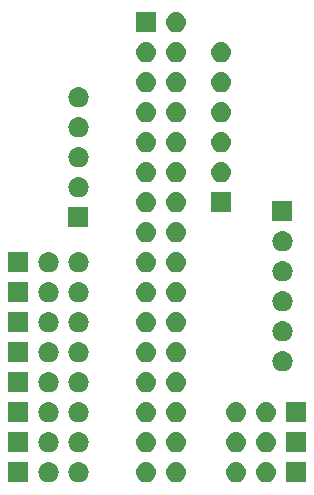
<source format=gbr>
G04 #@! TF.GenerationSoftware,KiCad,Pcbnew,(5.0.2)-1*
G04 #@! TF.CreationDate,2019-09-14T17:14:01-04:00*
G04 #@! TF.ProjectId,EPXX-GVS,45505858-2d47-4565-932e-6b696361645f,X2*
G04 #@! TF.SameCoordinates,Original*
G04 #@! TF.FileFunction,Soldermask,Bot*
G04 #@! TF.FilePolarity,Negative*
%FSLAX46Y46*%
G04 Gerber Fmt 4.6, Leading zero omitted, Abs format (unit mm)*
G04 Created by KiCad (PCBNEW (5.0.2)-1) date 9/14/2019 5:14:01 PM*
%MOMM*%
%LPD*%
G01*
G04 APERTURE LIST*
%ADD10C,0.152400*%
G04 APERTURE END LIST*
D10*
G36*
X8421630Y-41072299D02*
X8581855Y-41120903D01*
X8729520Y-41199831D01*
X8858949Y-41306051D01*
X8965169Y-41435480D01*
X9044097Y-41583145D01*
X9092701Y-41743370D01*
X9109112Y-41910000D01*
X9092701Y-42076630D01*
X9044097Y-42236855D01*
X8965169Y-42384520D01*
X8858949Y-42513949D01*
X8729520Y-42620169D01*
X8581855Y-42699097D01*
X8421630Y-42747701D01*
X8296752Y-42760000D01*
X8213248Y-42760000D01*
X8088370Y-42747701D01*
X7928145Y-42699097D01*
X7780480Y-42620169D01*
X7651051Y-42513949D01*
X7544831Y-42384520D01*
X7465903Y-42236855D01*
X7417299Y-42076630D01*
X7400888Y-41910000D01*
X7417299Y-41743370D01*
X7465903Y-41583145D01*
X7544831Y-41435480D01*
X7651051Y-41306051D01*
X7780480Y-41199831D01*
X7928145Y-41120903D01*
X8088370Y-41072299D01*
X8213248Y-41060000D01*
X8296752Y-41060000D01*
X8421630Y-41072299D01*
X8421630Y-41072299D01*
G37*
G36*
X24296630Y-41072299D02*
X24456855Y-41120903D01*
X24604520Y-41199831D01*
X24733949Y-41306051D01*
X24840169Y-41435480D01*
X24919097Y-41583145D01*
X24967701Y-41743370D01*
X24984112Y-41910000D01*
X24967701Y-42076630D01*
X24919097Y-42236855D01*
X24840169Y-42384520D01*
X24733949Y-42513949D01*
X24604520Y-42620169D01*
X24456855Y-42699097D01*
X24296630Y-42747701D01*
X24171752Y-42760000D01*
X24088248Y-42760000D01*
X23963370Y-42747701D01*
X23803145Y-42699097D01*
X23655480Y-42620169D01*
X23526051Y-42513949D01*
X23419831Y-42384520D01*
X23340903Y-42236855D01*
X23292299Y-42076630D01*
X23275888Y-41910000D01*
X23292299Y-41743370D01*
X23340903Y-41583145D01*
X23419831Y-41435480D01*
X23526051Y-41306051D01*
X23655480Y-41199831D01*
X23803145Y-41120903D01*
X23963370Y-41072299D01*
X24088248Y-41060000D01*
X24171752Y-41060000D01*
X24296630Y-41072299D01*
X24296630Y-41072299D01*
G37*
G36*
X16676630Y-41072299D02*
X16836855Y-41120903D01*
X16984520Y-41199831D01*
X17113949Y-41306051D01*
X17220169Y-41435480D01*
X17299097Y-41583145D01*
X17347701Y-41743370D01*
X17364112Y-41910000D01*
X17347701Y-42076630D01*
X17299097Y-42236855D01*
X17220169Y-42384520D01*
X17113949Y-42513949D01*
X16984520Y-42620169D01*
X16836855Y-42699097D01*
X16676630Y-42747701D01*
X16551752Y-42760000D01*
X16468248Y-42760000D01*
X16343370Y-42747701D01*
X16183145Y-42699097D01*
X16035480Y-42620169D01*
X15906051Y-42513949D01*
X15799831Y-42384520D01*
X15720903Y-42236855D01*
X15672299Y-42076630D01*
X15655888Y-41910000D01*
X15672299Y-41743370D01*
X15720903Y-41583145D01*
X15799831Y-41435480D01*
X15906051Y-41306051D01*
X16035480Y-41199831D01*
X16183145Y-41120903D01*
X16343370Y-41072299D01*
X16468248Y-41060000D01*
X16551752Y-41060000D01*
X16676630Y-41072299D01*
X16676630Y-41072299D01*
G37*
G36*
X14136630Y-41072299D02*
X14296855Y-41120903D01*
X14444520Y-41199831D01*
X14573949Y-41306051D01*
X14680169Y-41435480D01*
X14759097Y-41583145D01*
X14807701Y-41743370D01*
X14824112Y-41910000D01*
X14807701Y-42076630D01*
X14759097Y-42236855D01*
X14680169Y-42384520D01*
X14573949Y-42513949D01*
X14444520Y-42620169D01*
X14296855Y-42699097D01*
X14136630Y-42747701D01*
X14011752Y-42760000D01*
X13928248Y-42760000D01*
X13803370Y-42747701D01*
X13643145Y-42699097D01*
X13495480Y-42620169D01*
X13366051Y-42513949D01*
X13259831Y-42384520D01*
X13180903Y-42236855D01*
X13132299Y-42076630D01*
X13115888Y-41910000D01*
X13132299Y-41743370D01*
X13180903Y-41583145D01*
X13259831Y-41435480D01*
X13366051Y-41306051D01*
X13495480Y-41199831D01*
X13643145Y-41120903D01*
X13803370Y-41072299D01*
X13928248Y-41060000D01*
X14011752Y-41060000D01*
X14136630Y-41072299D01*
X14136630Y-41072299D01*
G37*
G36*
X21756630Y-41072299D02*
X21916855Y-41120903D01*
X22064520Y-41199831D01*
X22193949Y-41306051D01*
X22300169Y-41435480D01*
X22379097Y-41583145D01*
X22427701Y-41743370D01*
X22444112Y-41910000D01*
X22427701Y-42076630D01*
X22379097Y-42236855D01*
X22300169Y-42384520D01*
X22193949Y-42513949D01*
X22064520Y-42620169D01*
X21916855Y-42699097D01*
X21756630Y-42747701D01*
X21631752Y-42760000D01*
X21548248Y-42760000D01*
X21423370Y-42747701D01*
X21263145Y-42699097D01*
X21115480Y-42620169D01*
X20986051Y-42513949D01*
X20879831Y-42384520D01*
X20800903Y-42236855D01*
X20752299Y-42076630D01*
X20735888Y-41910000D01*
X20752299Y-41743370D01*
X20800903Y-41583145D01*
X20879831Y-41435480D01*
X20986051Y-41306051D01*
X21115480Y-41199831D01*
X21263145Y-41120903D01*
X21423370Y-41072299D01*
X21548248Y-41060000D01*
X21631752Y-41060000D01*
X21756630Y-41072299D01*
X21756630Y-41072299D01*
G37*
G36*
X4025000Y-42760000D02*
X2325000Y-42760000D01*
X2325000Y-41060000D01*
X4025000Y-41060000D01*
X4025000Y-42760000D01*
X4025000Y-42760000D01*
G37*
G36*
X5881630Y-41072299D02*
X6041855Y-41120903D01*
X6189520Y-41199831D01*
X6318949Y-41306051D01*
X6425169Y-41435480D01*
X6504097Y-41583145D01*
X6552701Y-41743370D01*
X6569112Y-41910000D01*
X6552701Y-42076630D01*
X6504097Y-42236855D01*
X6425169Y-42384520D01*
X6318949Y-42513949D01*
X6189520Y-42620169D01*
X6041855Y-42699097D01*
X5881630Y-42747701D01*
X5756752Y-42760000D01*
X5673248Y-42760000D01*
X5548370Y-42747701D01*
X5388145Y-42699097D01*
X5240480Y-42620169D01*
X5111051Y-42513949D01*
X5004831Y-42384520D01*
X4925903Y-42236855D01*
X4877299Y-42076630D01*
X4860888Y-41910000D01*
X4877299Y-41743370D01*
X4925903Y-41583145D01*
X5004831Y-41435480D01*
X5111051Y-41306051D01*
X5240480Y-41199831D01*
X5388145Y-41120903D01*
X5548370Y-41072299D01*
X5673248Y-41060000D01*
X5756752Y-41060000D01*
X5881630Y-41072299D01*
X5881630Y-41072299D01*
G37*
G36*
X27520000Y-42760000D02*
X25820000Y-42760000D01*
X25820000Y-41060000D01*
X27520000Y-41060000D01*
X27520000Y-42760000D01*
X27520000Y-42760000D01*
G37*
G36*
X4025000Y-40220000D02*
X2325000Y-40220000D01*
X2325000Y-38520000D01*
X4025000Y-38520000D01*
X4025000Y-40220000D01*
X4025000Y-40220000D01*
G37*
G36*
X21756630Y-38532299D02*
X21916855Y-38580903D01*
X22064520Y-38659831D01*
X22193949Y-38766051D01*
X22300169Y-38895480D01*
X22379097Y-39043145D01*
X22427701Y-39203370D01*
X22444112Y-39370000D01*
X22427701Y-39536630D01*
X22379097Y-39696855D01*
X22300169Y-39844520D01*
X22193949Y-39973949D01*
X22064520Y-40080169D01*
X21916855Y-40159097D01*
X21756630Y-40207701D01*
X21631752Y-40220000D01*
X21548248Y-40220000D01*
X21423370Y-40207701D01*
X21263145Y-40159097D01*
X21115480Y-40080169D01*
X20986051Y-39973949D01*
X20879831Y-39844520D01*
X20800903Y-39696855D01*
X20752299Y-39536630D01*
X20735888Y-39370000D01*
X20752299Y-39203370D01*
X20800903Y-39043145D01*
X20879831Y-38895480D01*
X20986051Y-38766051D01*
X21115480Y-38659831D01*
X21263145Y-38580903D01*
X21423370Y-38532299D01*
X21548248Y-38520000D01*
X21631752Y-38520000D01*
X21756630Y-38532299D01*
X21756630Y-38532299D01*
G37*
G36*
X14136630Y-38532299D02*
X14296855Y-38580903D01*
X14444520Y-38659831D01*
X14573949Y-38766051D01*
X14680169Y-38895480D01*
X14759097Y-39043145D01*
X14807701Y-39203370D01*
X14824112Y-39370000D01*
X14807701Y-39536630D01*
X14759097Y-39696855D01*
X14680169Y-39844520D01*
X14573949Y-39973949D01*
X14444520Y-40080169D01*
X14296855Y-40159097D01*
X14136630Y-40207701D01*
X14011752Y-40220000D01*
X13928248Y-40220000D01*
X13803370Y-40207701D01*
X13643145Y-40159097D01*
X13495480Y-40080169D01*
X13366051Y-39973949D01*
X13259831Y-39844520D01*
X13180903Y-39696855D01*
X13132299Y-39536630D01*
X13115888Y-39370000D01*
X13132299Y-39203370D01*
X13180903Y-39043145D01*
X13259831Y-38895480D01*
X13366051Y-38766051D01*
X13495480Y-38659831D01*
X13643145Y-38580903D01*
X13803370Y-38532299D01*
X13928248Y-38520000D01*
X14011752Y-38520000D01*
X14136630Y-38532299D01*
X14136630Y-38532299D01*
G37*
G36*
X16676630Y-38532299D02*
X16836855Y-38580903D01*
X16984520Y-38659831D01*
X17113949Y-38766051D01*
X17220169Y-38895480D01*
X17299097Y-39043145D01*
X17347701Y-39203370D01*
X17364112Y-39370000D01*
X17347701Y-39536630D01*
X17299097Y-39696855D01*
X17220169Y-39844520D01*
X17113949Y-39973949D01*
X16984520Y-40080169D01*
X16836855Y-40159097D01*
X16676630Y-40207701D01*
X16551752Y-40220000D01*
X16468248Y-40220000D01*
X16343370Y-40207701D01*
X16183145Y-40159097D01*
X16035480Y-40080169D01*
X15906051Y-39973949D01*
X15799831Y-39844520D01*
X15720903Y-39696855D01*
X15672299Y-39536630D01*
X15655888Y-39370000D01*
X15672299Y-39203370D01*
X15720903Y-39043145D01*
X15799831Y-38895480D01*
X15906051Y-38766051D01*
X16035480Y-38659831D01*
X16183145Y-38580903D01*
X16343370Y-38532299D01*
X16468248Y-38520000D01*
X16551752Y-38520000D01*
X16676630Y-38532299D01*
X16676630Y-38532299D01*
G37*
G36*
X27520000Y-40220000D02*
X25820000Y-40220000D01*
X25820000Y-38520000D01*
X27520000Y-38520000D01*
X27520000Y-40220000D01*
X27520000Y-40220000D01*
G37*
G36*
X24296630Y-38532299D02*
X24456855Y-38580903D01*
X24604520Y-38659831D01*
X24733949Y-38766051D01*
X24840169Y-38895480D01*
X24919097Y-39043145D01*
X24967701Y-39203370D01*
X24984112Y-39370000D01*
X24967701Y-39536630D01*
X24919097Y-39696855D01*
X24840169Y-39844520D01*
X24733949Y-39973949D01*
X24604520Y-40080169D01*
X24456855Y-40159097D01*
X24296630Y-40207701D01*
X24171752Y-40220000D01*
X24088248Y-40220000D01*
X23963370Y-40207701D01*
X23803145Y-40159097D01*
X23655480Y-40080169D01*
X23526051Y-39973949D01*
X23419831Y-39844520D01*
X23340903Y-39696855D01*
X23292299Y-39536630D01*
X23275888Y-39370000D01*
X23292299Y-39203370D01*
X23340903Y-39043145D01*
X23419831Y-38895480D01*
X23526051Y-38766051D01*
X23655480Y-38659831D01*
X23803145Y-38580903D01*
X23963370Y-38532299D01*
X24088248Y-38520000D01*
X24171752Y-38520000D01*
X24296630Y-38532299D01*
X24296630Y-38532299D01*
G37*
G36*
X5881630Y-38532299D02*
X6041855Y-38580903D01*
X6189520Y-38659831D01*
X6318949Y-38766051D01*
X6425169Y-38895480D01*
X6504097Y-39043145D01*
X6552701Y-39203370D01*
X6569112Y-39370000D01*
X6552701Y-39536630D01*
X6504097Y-39696855D01*
X6425169Y-39844520D01*
X6318949Y-39973949D01*
X6189520Y-40080169D01*
X6041855Y-40159097D01*
X5881630Y-40207701D01*
X5756752Y-40220000D01*
X5673248Y-40220000D01*
X5548370Y-40207701D01*
X5388145Y-40159097D01*
X5240480Y-40080169D01*
X5111051Y-39973949D01*
X5004831Y-39844520D01*
X4925903Y-39696855D01*
X4877299Y-39536630D01*
X4860888Y-39370000D01*
X4877299Y-39203370D01*
X4925903Y-39043145D01*
X5004831Y-38895480D01*
X5111051Y-38766051D01*
X5240480Y-38659831D01*
X5388145Y-38580903D01*
X5548370Y-38532299D01*
X5673248Y-38520000D01*
X5756752Y-38520000D01*
X5881630Y-38532299D01*
X5881630Y-38532299D01*
G37*
G36*
X8421630Y-38532299D02*
X8581855Y-38580903D01*
X8729520Y-38659831D01*
X8858949Y-38766051D01*
X8965169Y-38895480D01*
X9044097Y-39043145D01*
X9092701Y-39203370D01*
X9109112Y-39370000D01*
X9092701Y-39536630D01*
X9044097Y-39696855D01*
X8965169Y-39844520D01*
X8858949Y-39973949D01*
X8729520Y-40080169D01*
X8581855Y-40159097D01*
X8421630Y-40207701D01*
X8296752Y-40220000D01*
X8213248Y-40220000D01*
X8088370Y-40207701D01*
X7928145Y-40159097D01*
X7780480Y-40080169D01*
X7651051Y-39973949D01*
X7544831Y-39844520D01*
X7465903Y-39696855D01*
X7417299Y-39536630D01*
X7400888Y-39370000D01*
X7417299Y-39203370D01*
X7465903Y-39043145D01*
X7544831Y-38895480D01*
X7651051Y-38766051D01*
X7780480Y-38659831D01*
X7928145Y-38580903D01*
X8088370Y-38532299D01*
X8213248Y-38520000D01*
X8296752Y-38520000D01*
X8421630Y-38532299D01*
X8421630Y-38532299D01*
G37*
G36*
X14136630Y-35992299D02*
X14296855Y-36040903D01*
X14444520Y-36119831D01*
X14573949Y-36226051D01*
X14680169Y-36355480D01*
X14759097Y-36503145D01*
X14807701Y-36663370D01*
X14824112Y-36830000D01*
X14807701Y-36996630D01*
X14759097Y-37156855D01*
X14680169Y-37304520D01*
X14573949Y-37433949D01*
X14444520Y-37540169D01*
X14296855Y-37619097D01*
X14136630Y-37667701D01*
X14011752Y-37680000D01*
X13928248Y-37680000D01*
X13803370Y-37667701D01*
X13643145Y-37619097D01*
X13495480Y-37540169D01*
X13366051Y-37433949D01*
X13259831Y-37304520D01*
X13180903Y-37156855D01*
X13132299Y-36996630D01*
X13115888Y-36830000D01*
X13132299Y-36663370D01*
X13180903Y-36503145D01*
X13259831Y-36355480D01*
X13366051Y-36226051D01*
X13495480Y-36119831D01*
X13643145Y-36040903D01*
X13803370Y-35992299D01*
X13928248Y-35980000D01*
X14011752Y-35980000D01*
X14136630Y-35992299D01*
X14136630Y-35992299D01*
G37*
G36*
X8421630Y-35992299D02*
X8581855Y-36040903D01*
X8729520Y-36119831D01*
X8858949Y-36226051D01*
X8965169Y-36355480D01*
X9044097Y-36503145D01*
X9092701Y-36663370D01*
X9109112Y-36830000D01*
X9092701Y-36996630D01*
X9044097Y-37156855D01*
X8965169Y-37304520D01*
X8858949Y-37433949D01*
X8729520Y-37540169D01*
X8581855Y-37619097D01*
X8421630Y-37667701D01*
X8296752Y-37680000D01*
X8213248Y-37680000D01*
X8088370Y-37667701D01*
X7928145Y-37619097D01*
X7780480Y-37540169D01*
X7651051Y-37433949D01*
X7544831Y-37304520D01*
X7465903Y-37156855D01*
X7417299Y-36996630D01*
X7400888Y-36830000D01*
X7417299Y-36663370D01*
X7465903Y-36503145D01*
X7544831Y-36355480D01*
X7651051Y-36226051D01*
X7780480Y-36119831D01*
X7928145Y-36040903D01*
X8088370Y-35992299D01*
X8213248Y-35980000D01*
X8296752Y-35980000D01*
X8421630Y-35992299D01*
X8421630Y-35992299D01*
G37*
G36*
X5881630Y-35992299D02*
X6041855Y-36040903D01*
X6189520Y-36119831D01*
X6318949Y-36226051D01*
X6425169Y-36355480D01*
X6504097Y-36503145D01*
X6552701Y-36663370D01*
X6569112Y-36830000D01*
X6552701Y-36996630D01*
X6504097Y-37156855D01*
X6425169Y-37304520D01*
X6318949Y-37433949D01*
X6189520Y-37540169D01*
X6041855Y-37619097D01*
X5881630Y-37667701D01*
X5756752Y-37680000D01*
X5673248Y-37680000D01*
X5548370Y-37667701D01*
X5388145Y-37619097D01*
X5240480Y-37540169D01*
X5111051Y-37433949D01*
X5004831Y-37304520D01*
X4925903Y-37156855D01*
X4877299Y-36996630D01*
X4860888Y-36830000D01*
X4877299Y-36663370D01*
X4925903Y-36503145D01*
X5004831Y-36355480D01*
X5111051Y-36226051D01*
X5240480Y-36119831D01*
X5388145Y-36040903D01*
X5548370Y-35992299D01*
X5673248Y-35980000D01*
X5756752Y-35980000D01*
X5881630Y-35992299D01*
X5881630Y-35992299D01*
G37*
G36*
X4025000Y-37680000D02*
X2325000Y-37680000D01*
X2325000Y-35980000D01*
X4025000Y-35980000D01*
X4025000Y-37680000D01*
X4025000Y-37680000D01*
G37*
G36*
X24296630Y-35992299D02*
X24456855Y-36040903D01*
X24604520Y-36119831D01*
X24733949Y-36226051D01*
X24840169Y-36355480D01*
X24919097Y-36503145D01*
X24967701Y-36663370D01*
X24984112Y-36830000D01*
X24967701Y-36996630D01*
X24919097Y-37156855D01*
X24840169Y-37304520D01*
X24733949Y-37433949D01*
X24604520Y-37540169D01*
X24456855Y-37619097D01*
X24296630Y-37667701D01*
X24171752Y-37680000D01*
X24088248Y-37680000D01*
X23963370Y-37667701D01*
X23803145Y-37619097D01*
X23655480Y-37540169D01*
X23526051Y-37433949D01*
X23419831Y-37304520D01*
X23340903Y-37156855D01*
X23292299Y-36996630D01*
X23275888Y-36830000D01*
X23292299Y-36663370D01*
X23340903Y-36503145D01*
X23419831Y-36355480D01*
X23526051Y-36226051D01*
X23655480Y-36119831D01*
X23803145Y-36040903D01*
X23963370Y-35992299D01*
X24088248Y-35980000D01*
X24171752Y-35980000D01*
X24296630Y-35992299D01*
X24296630Y-35992299D01*
G37*
G36*
X27520000Y-37680000D02*
X25820000Y-37680000D01*
X25820000Y-35980000D01*
X27520000Y-35980000D01*
X27520000Y-37680000D01*
X27520000Y-37680000D01*
G37*
G36*
X16676630Y-35992299D02*
X16836855Y-36040903D01*
X16984520Y-36119831D01*
X17113949Y-36226051D01*
X17220169Y-36355480D01*
X17299097Y-36503145D01*
X17347701Y-36663370D01*
X17364112Y-36830000D01*
X17347701Y-36996630D01*
X17299097Y-37156855D01*
X17220169Y-37304520D01*
X17113949Y-37433949D01*
X16984520Y-37540169D01*
X16836855Y-37619097D01*
X16676630Y-37667701D01*
X16551752Y-37680000D01*
X16468248Y-37680000D01*
X16343370Y-37667701D01*
X16183145Y-37619097D01*
X16035480Y-37540169D01*
X15906051Y-37433949D01*
X15799831Y-37304520D01*
X15720903Y-37156855D01*
X15672299Y-36996630D01*
X15655888Y-36830000D01*
X15672299Y-36663370D01*
X15720903Y-36503145D01*
X15799831Y-36355480D01*
X15906051Y-36226051D01*
X16035480Y-36119831D01*
X16183145Y-36040903D01*
X16343370Y-35992299D01*
X16468248Y-35980000D01*
X16551752Y-35980000D01*
X16676630Y-35992299D01*
X16676630Y-35992299D01*
G37*
G36*
X21756630Y-35992299D02*
X21916855Y-36040903D01*
X22064520Y-36119831D01*
X22193949Y-36226051D01*
X22300169Y-36355480D01*
X22379097Y-36503145D01*
X22427701Y-36663370D01*
X22444112Y-36830000D01*
X22427701Y-36996630D01*
X22379097Y-37156855D01*
X22300169Y-37304520D01*
X22193949Y-37433949D01*
X22064520Y-37540169D01*
X21916855Y-37619097D01*
X21756630Y-37667701D01*
X21631752Y-37680000D01*
X21548248Y-37680000D01*
X21423370Y-37667701D01*
X21263145Y-37619097D01*
X21115480Y-37540169D01*
X20986051Y-37433949D01*
X20879831Y-37304520D01*
X20800903Y-37156855D01*
X20752299Y-36996630D01*
X20735888Y-36830000D01*
X20752299Y-36663370D01*
X20800903Y-36503145D01*
X20879831Y-36355480D01*
X20986051Y-36226051D01*
X21115480Y-36119831D01*
X21263145Y-36040903D01*
X21423370Y-35992299D01*
X21548248Y-35980000D01*
X21631752Y-35980000D01*
X21756630Y-35992299D01*
X21756630Y-35992299D01*
G37*
G36*
X8421630Y-33452299D02*
X8581855Y-33500903D01*
X8729520Y-33579831D01*
X8858949Y-33686051D01*
X8965169Y-33815480D01*
X9044097Y-33963145D01*
X9092701Y-34123370D01*
X9109112Y-34290000D01*
X9092701Y-34456630D01*
X9044097Y-34616855D01*
X8965169Y-34764520D01*
X8858949Y-34893949D01*
X8729520Y-35000169D01*
X8581855Y-35079097D01*
X8421630Y-35127701D01*
X8296752Y-35140000D01*
X8213248Y-35140000D01*
X8088370Y-35127701D01*
X7928145Y-35079097D01*
X7780480Y-35000169D01*
X7651051Y-34893949D01*
X7544831Y-34764520D01*
X7465903Y-34616855D01*
X7417299Y-34456630D01*
X7400888Y-34290000D01*
X7417299Y-34123370D01*
X7465903Y-33963145D01*
X7544831Y-33815480D01*
X7651051Y-33686051D01*
X7780480Y-33579831D01*
X7928145Y-33500903D01*
X8088370Y-33452299D01*
X8213248Y-33440000D01*
X8296752Y-33440000D01*
X8421630Y-33452299D01*
X8421630Y-33452299D01*
G37*
G36*
X14136630Y-33452299D02*
X14296855Y-33500903D01*
X14444520Y-33579831D01*
X14573949Y-33686051D01*
X14680169Y-33815480D01*
X14759097Y-33963145D01*
X14807701Y-34123370D01*
X14824112Y-34290000D01*
X14807701Y-34456630D01*
X14759097Y-34616855D01*
X14680169Y-34764520D01*
X14573949Y-34893949D01*
X14444520Y-35000169D01*
X14296855Y-35079097D01*
X14136630Y-35127701D01*
X14011752Y-35140000D01*
X13928248Y-35140000D01*
X13803370Y-35127701D01*
X13643145Y-35079097D01*
X13495480Y-35000169D01*
X13366051Y-34893949D01*
X13259831Y-34764520D01*
X13180903Y-34616855D01*
X13132299Y-34456630D01*
X13115888Y-34290000D01*
X13132299Y-34123370D01*
X13180903Y-33963145D01*
X13259831Y-33815480D01*
X13366051Y-33686051D01*
X13495480Y-33579831D01*
X13643145Y-33500903D01*
X13803370Y-33452299D01*
X13928248Y-33440000D01*
X14011752Y-33440000D01*
X14136630Y-33452299D01*
X14136630Y-33452299D01*
G37*
G36*
X5881630Y-33452299D02*
X6041855Y-33500903D01*
X6189520Y-33579831D01*
X6318949Y-33686051D01*
X6425169Y-33815480D01*
X6504097Y-33963145D01*
X6552701Y-34123370D01*
X6569112Y-34290000D01*
X6552701Y-34456630D01*
X6504097Y-34616855D01*
X6425169Y-34764520D01*
X6318949Y-34893949D01*
X6189520Y-35000169D01*
X6041855Y-35079097D01*
X5881630Y-35127701D01*
X5756752Y-35140000D01*
X5673248Y-35140000D01*
X5548370Y-35127701D01*
X5388145Y-35079097D01*
X5240480Y-35000169D01*
X5111051Y-34893949D01*
X5004831Y-34764520D01*
X4925903Y-34616855D01*
X4877299Y-34456630D01*
X4860888Y-34290000D01*
X4877299Y-34123370D01*
X4925903Y-33963145D01*
X5004831Y-33815480D01*
X5111051Y-33686051D01*
X5240480Y-33579831D01*
X5388145Y-33500903D01*
X5548370Y-33452299D01*
X5673248Y-33440000D01*
X5756752Y-33440000D01*
X5881630Y-33452299D01*
X5881630Y-33452299D01*
G37*
G36*
X4025000Y-35140000D02*
X2325000Y-35140000D01*
X2325000Y-33440000D01*
X4025000Y-33440000D01*
X4025000Y-35140000D01*
X4025000Y-35140000D01*
G37*
G36*
X16676630Y-33452299D02*
X16836855Y-33500903D01*
X16984520Y-33579831D01*
X17113949Y-33686051D01*
X17220169Y-33815480D01*
X17299097Y-33963145D01*
X17347701Y-34123370D01*
X17364112Y-34290000D01*
X17347701Y-34456630D01*
X17299097Y-34616855D01*
X17220169Y-34764520D01*
X17113949Y-34893949D01*
X16984520Y-35000169D01*
X16836855Y-35079097D01*
X16676630Y-35127701D01*
X16551752Y-35140000D01*
X16468248Y-35140000D01*
X16343370Y-35127701D01*
X16183145Y-35079097D01*
X16035480Y-35000169D01*
X15906051Y-34893949D01*
X15799831Y-34764520D01*
X15720903Y-34616855D01*
X15672299Y-34456630D01*
X15655888Y-34290000D01*
X15672299Y-34123370D01*
X15720903Y-33963145D01*
X15799831Y-33815480D01*
X15906051Y-33686051D01*
X16035480Y-33579831D01*
X16183145Y-33500903D01*
X16343370Y-33452299D01*
X16468248Y-33440000D01*
X16551752Y-33440000D01*
X16676630Y-33452299D01*
X16676630Y-33452299D01*
G37*
G36*
X25693630Y-31674299D02*
X25853855Y-31722903D01*
X26001520Y-31801831D01*
X26130949Y-31908051D01*
X26237169Y-32037480D01*
X26316097Y-32185145D01*
X26364701Y-32345370D01*
X26381112Y-32512000D01*
X26364701Y-32678630D01*
X26316097Y-32838855D01*
X26237169Y-32986520D01*
X26130949Y-33115949D01*
X26001520Y-33222169D01*
X25853855Y-33301097D01*
X25693630Y-33349701D01*
X25568752Y-33362000D01*
X25485248Y-33362000D01*
X25360370Y-33349701D01*
X25200145Y-33301097D01*
X25052480Y-33222169D01*
X24923051Y-33115949D01*
X24816831Y-32986520D01*
X24737903Y-32838855D01*
X24689299Y-32678630D01*
X24672888Y-32512000D01*
X24689299Y-32345370D01*
X24737903Y-32185145D01*
X24816831Y-32037480D01*
X24923051Y-31908051D01*
X25052480Y-31801831D01*
X25200145Y-31722903D01*
X25360370Y-31674299D01*
X25485248Y-31662000D01*
X25568752Y-31662000D01*
X25693630Y-31674299D01*
X25693630Y-31674299D01*
G37*
G36*
X5881630Y-30912299D02*
X6041855Y-30960903D01*
X6189520Y-31039831D01*
X6318949Y-31146051D01*
X6425169Y-31275480D01*
X6504097Y-31423145D01*
X6552701Y-31583370D01*
X6569112Y-31750000D01*
X6552701Y-31916630D01*
X6504097Y-32076855D01*
X6425169Y-32224520D01*
X6318949Y-32353949D01*
X6189520Y-32460169D01*
X6041855Y-32539097D01*
X5881630Y-32587701D01*
X5756752Y-32600000D01*
X5673248Y-32600000D01*
X5548370Y-32587701D01*
X5388145Y-32539097D01*
X5240480Y-32460169D01*
X5111051Y-32353949D01*
X5004831Y-32224520D01*
X4925903Y-32076855D01*
X4877299Y-31916630D01*
X4860888Y-31750000D01*
X4877299Y-31583370D01*
X4925903Y-31423145D01*
X5004831Y-31275480D01*
X5111051Y-31146051D01*
X5240480Y-31039831D01*
X5388145Y-30960903D01*
X5548370Y-30912299D01*
X5673248Y-30900000D01*
X5756752Y-30900000D01*
X5881630Y-30912299D01*
X5881630Y-30912299D01*
G37*
G36*
X16676630Y-30912299D02*
X16836855Y-30960903D01*
X16984520Y-31039831D01*
X17113949Y-31146051D01*
X17220169Y-31275480D01*
X17299097Y-31423145D01*
X17347701Y-31583370D01*
X17364112Y-31750000D01*
X17347701Y-31916630D01*
X17299097Y-32076855D01*
X17220169Y-32224520D01*
X17113949Y-32353949D01*
X16984520Y-32460169D01*
X16836855Y-32539097D01*
X16676630Y-32587701D01*
X16551752Y-32600000D01*
X16468248Y-32600000D01*
X16343370Y-32587701D01*
X16183145Y-32539097D01*
X16035480Y-32460169D01*
X15906051Y-32353949D01*
X15799831Y-32224520D01*
X15720903Y-32076855D01*
X15672299Y-31916630D01*
X15655888Y-31750000D01*
X15672299Y-31583370D01*
X15720903Y-31423145D01*
X15799831Y-31275480D01*
X15906051Y-31146051D01*
X16035480Y-31039831D01*
X16183145Y-30960903D01*
X16343370Y-30912299D01*
X16468248Y-30900000D01*
X16551752Y-30900000D01*
X16676630Y-30912299D01*
X16676630Y-30912299D01*
G37*
G36*
X14136630Y-30912299D02*
X14296855Y-30960903D01*
X14444520Y-31039831D01*
X14573949Y-31146051D01*
X14680169Y-31275480D01*
X14759097Y-31423145D01*
X14807701Y-31583370D01*
X14824112Y-31750000D01*
X14807701Y-31916630D01*
X14759097Y-32076855D01*
X14680169Y-32224520D01*
X14573949Y-32353949D01*
X14444520Y-32460169D01*
X14296855Y-32539097D01*
X14136630Y-32587701D01*
X14011752Y-32600000D01*
X13928248Y-32600000D01*
X13803370Y-32587701D01*
X13643145Y-32539097D01*
X13495480Y-32460169D01*
X13366051Y-32353949D01*
X13259831Y-32224520D01*
X13180903Y-32076855D01*
X13132299Y-31916630D01*
X13115888Y-31750000D01*
X13132299Y-31583370D01*
X13180903Y-31423145D01*
X13259831Y-31275480D01*
X13366051Y-31146051D01*
X13495480Y-31039831D01*
X13643145Y-30960903D01*
X13803370Y-30912299D01*
X13928248Y-30900000D01*
X14011752Y-30900000D01*
X14136630Y-30912299D01*
X14136630Y-30912299D01*
G37*
G36*
X4025000Y-32600000D02*
X2325000Y-32600000D01*
X2325000Y-30900000D01*
X4025000Y-30900000D01*
X4025000Y-32600000D01*
X4025000Y-32600000D01*
G37*
G36*
X8421630Y-30912299D02*
X8581855Y-30960903D01*
X8729520Y-31039831D01*
X8858949Y-31146051D01*
X8965169Y-31275480D01*
X9044097Y-31423145D01*
X9092701Y-31583370D01*
X9109112Y-31750000D01*
X9092701Y-31916630D01*
X9044097Y-32076855D01*
X8965169Y-32224520D01*
X8858949Y-32353949D01*
X8729520Y-32460169D01*
X8581855Y-32539097D01*
X8421630Y-32587701D01*
X8296752Y-32600000D01*
X8213248Y-32600000D01*
X8088370Y-32587701D01*
X7928145Y-32539097D01*
X7780480Y-32460169D01*
X7651051Y-32353949D01*
X7544831Y-32224520D01*
X7465903Y-32076855D01*
X7417299Y-31916630D01*
X7400888Y-31750000D01*
X7417299Y-31583370D01*
X7465903Y-31423145D01*
X7544831Y-31275480D01*
X7651051Y-31146051D01*
X7780480Y-31039831D01*
X7928145Y-30960903D01*
X8088370Y-30912299D01*
X8213248Y-30900000D01*
X8296752Y-30900000D01*
X8421630Y-30912299D01*
X8421630Y-30912299D01*
G37*
G36*
X25693630Y-29134299D02*
X25853855Y-29182903D01*
X26001520Y-29261831D01*
X26130949Y-29368051D01*
X26237169Y-29497480D01*
X26316097Y-29645145D01*
X26364701Y-29805370D01*
X26381112Y-29972000D01*
X26364701Y-30138630D01*
X26316097Y-30298855D01*
X26237169Y-30446520D01*
X26130949Y-30575949D01*
X26001520Y-30682169D01*
X25853855Y-30761097D01*
X25693630Y-30809701D01*
X25568752Y-30822000D01*
X25485248Y-30822000D01*
X25360370Y-30809701D01*
X25200145Y-30761097D01*
X25052480Y-30682169D01*
X24923051Y-30575949D01*
X24816831Y-30446520D01*
X24737903Y-30298855D01*
X24689299Y-30138630D01*
X24672888Y-29972000D01*
X24689299Y-29805370D01*
X24737903Y-29645145D01*
X24816831Y-29497480D01*
X24923051Y-29368051D01*
X25052480Y-29261831D01*
X25200145Y-29182903D01*
X25360370Y-29134299D01*
X25485248Y-29122000D01*
X25568752Y-29122000D01*
X25693630Y-29134299D01*
X25693630Y-29134299D01*
G37*
G36*
X4025000Y-30060000D02*
X2325000Y-30060000D01*
X2325000Y-28360000D01*
X4025000Y-28360000D01*
X4025000Y-30060000D01*
X4025000Y-30060000D01*
G37*
G36*
X5881630Y-28372299D02*
X6041855Y-28420903D01*
X6189520Y-28499831D01*
X6318949Y-28606051D01*
X6425169Y-28735480D01*
X6504097Y-28883145D01*
X6552701Y-29043370D01*
X6569112Y-29210000D01*
X6552701Y-29376630D01*
X6504097Y-29536855D01*
X6425169Y-29684520D01*
X6318949Y-29813949D01*
X6189520Y-29920169D01*
X6041855Y-29999097D01*
X5881630Y-30047701D01*
X5756752Y-30060000D01*
X5673248Y-30060000D01*
X5548370Y-30047701D01*
X5388145Y-29999097D01*
X5240480Y-29920169D01*
X5111051Y-29813949D01*
X5004831Y-29684520D01*
X4925903Y-29536855D01*
X4877299Y-29376630D01*
X4860888Y-29210000D01*
X4877299Y-29043370D01*
X4925903Y-28883145D01*
X5004831Y-28735480D01*
X5111051Y-28606051D01*
X5240480Y-28499831D01*
X5388145Y-28420903D01*
X5548370Y-28372299D01*
X5673248Y-28360000D01*
X5756752Y-28360000D01*
X5881630Y-28372299D01*
X5881630Y-28372299D01*
G37*
G36*
X8421630Y-28372299D02*
X8581855Y-28420903D01*
X8729520Y-28499831D01*
X8858949Y-28606051D01*
X8965169Y-28735480D01*
X9044097Y-28883145D01*
X9092701Y-29043370D01*
X9109112Y-29210000D01*
X9092701Y-29376630D01*
X9044097Y-29536855D01*
X8965169Y-29684520D01*
X8858949Y-29813949D01*
X8729520Y-29920169D01*
X8581855Y-29999097D01*
X8421630Y-30047701D01*
X8296752Y-30060000D01*
X8213248Y-30060000D01*
X8088370Y-30047701D01*
X7928145Y-29999097D01*
X7780480Y-29920169D01*
X7651051Y-29813949D01*
X7544831Y-29684520D01*
X7465903Y-29536855D01*
X7417299Y-29376630D01*
X7400888Y-29210000D01*
X7417299Y-29043370D01*
X7465903Y-28883145D01*
X7544831Y-28735480D01*
X7651051Y-28606051D01*
X7780480Y-28499831D01*
X7928145Y-28420903D01*
X8088370Y-28372299D01*
X8213248Y-28360000D01*
X8296752Y-28360000D01*
X8421630Y-28372299D01*
X8421630Y-28372299D01*
G37*
G36*
X14136630Y-28372299D02*
X14296855Y-28420903D01*
X14444520Y-28499831D01*
X14573949Y-28606051D01*
X14680169Y-28735480D01*
X14759097Y-28883145D01*
X14807701Y-29043370D01*
X14824112Y-29210000D01*
X14807701Y-29376630D01*
X14759097Y-29536855D01*
X14680169Y-29684520D01*
X14573949Y-29813949D01*
X14444520Y-29920169D01*
X14296855Y-29999097D01*
X14136630Y-30047701D01*
X14011752Y-30060000D01*
X13928248Y-30060000D01*
X13803370Y-30047701D01*
X13643145Y-29999097D01*
X13495480Y-29920169D01*
X13366051Y-29813949D01*
X13259831Y-29684520D01*
X13180903Y-29536855D01*
X13132299Y-29376630D01*
X13115888Y-29210000D01*
X13132299Y-29043370D01*
X13180903Y-28883145D01*
X13259831Y-28735480D01*
X13366051Y-28606051D01*
X13495480Y-28499831D01*
X13643145Y-28420903D01*
X13803370Y-28372299D01*
X13928248Y-28360000D01*
X14011752Y-28360000D01*
X14136630Y-28372299D01*
X14136630Y-28372299D01*
G37*
G36*
X16676630Y-28372299D02*
X16836855Y-28420903D01*
X16984520Y-28499831D01*
X17113949Y-28606051D01*
X17220169Y-28735480D01*
X17299097Y-28883145D01*
X17347701Y-29043370D01*
X17364112Y-29210000D01*
X17347701Y-29376630D01*
X17299097Y-29536855D01*
X17220169Y-29684520D01*
X17113949Y-29813949D01*
X16984520Y-29920169D01*
X16836855Y-29999097D01*
X16676630Y-30047701D01*
X16551752Y-30060000D01*
X16468248Y-30060000D01*
X16343370Y-30047701D01*
X16183145Y-29999097D01*
X16035480Y-29920169D01*
X15906051Y-29813949D01*
X15799831Y-29684520D01*
X15720903Y-29536855D01*
X15672299Y-29376630D01*
X15655888Y-29210000D01*
X15672299Y-29043370D01*
X15720903Y-28883145D01*
X15799831Y-28735480D01*
X15906051Y-28606051D01*
X16035480Y-28499831D01*
X16183145Y-28420903D01*
X16343370Y-28372299D01*
X16468248Y-28360000D01*
X16551752Y-28360000D01*
X16676630Y-28372299D01*
X16676630Y-28372299D01*
G37*
G36*
X25693630Y-26594299D02*
X25853855Y-26642903D01*
X26001520Y-26721831D01*
X26130949Y-26828051D01*
X26237169Y-26957480D01*
X26316097Y-27105145D01*
X26364701Y-27265370D01*
X26381112Y-27432000D01*
X26364701Y-27598630D01*
X26316097Y-27758855D01*
X26237169Y-27906520D01*
X26130949Y-28035949D01*
X26001520Y-28142169D01*
X25853855Y-28221097D01*
X25693630Y-28269701D01*
X25568752Y-28282000D01*
X25485248Y-28282000D01*
X25360370Y-28269701D01*
X25200145Y-28221097D01*
X25052480Y-28142169D01*
X24923051Y-28035949D01*
X24816831Y-27906520D01*
X24737903Y-27758855D01*
X24689299Y-27598630D01*
X24672888Y-27432000D01*
X24689299Y-27265370D01*
X24737903Y-27105145D01*
X24816831Y-26957480D01*
X24923051Y-26828051D01*
X25052480Y-26721831D01*
X25200145Y-26642903D01*
X25360370Y-26594299D01*
X25485248Y-26582000D01*
X25568752Y-26582000D01*
X25693630Y-26594299D01*
X25693630Y-26594299D01*
G37*
G36*
X4025000Y-27520000D02*
X2325000Y-27520000D01*
X2325000Y-25820000D01*
X4025000Y-25820000D01*
X4025000Y-27520000D01*
X4025000Y-27520000D01*
G37*
G36*
X5881630Y-25832299D02*
X6041855Y-25880903D01*
X6189520Y-25959831D01*
X6318949Y-26066051D01*
X6425169Y-26195480D01*
X6504097Y-26343145D01*
X6552701Y-26503370D01*
X6569112Y-26670000D01*
X6552701Y-26836630D01*
X6504097Y-26996855D01*
X6425169Y-27144520D01*
X6318949Y-27273949D01*
X6189520Y-27380169D01*
X6041855Y-27459097D01*
X5881630Y-27507701D01*
X5756752Y-27520000D01*
X5673248Y-27520000D01*
X5548370Y-27507701D01*
X5388145Y-27459097D01*
X5240480Y-27380169D01*
X5111051Y-27273949D01*
X5004831Y-27144520D01*
X4925903Y-26996855D01*
X4877299Y-26836630D01*
X4860888Y-26670000D01*
X4877299Y-26503370D01*
X4925903Y-26343145D01*
X5004831Y-26195480D01*
X5111051Y-26066051D01*
X5240480Y-25959831D01*
X5388145Y-25880903D01*
X5548370Y-25832299D01*
X5673248Y-25820000D01*
X5756752Y-25820000D01*
X5881630Y-25832299D01*
X5881630Y-25832299D01*
G37*
G36*
X8421630Y-25832299D02*
X8581855Y-25880903D01*
X8729520Y-25959831D01*
X8858949Y-26066051D01*
X8965169Y-26195480D01*
X9044097Y-26343145D01*
X9092701Y-26503370D01*
X9109112Y-26670000D01*
X9092701Y-26836630D01*
X9044097Y-26996855D01*
X8965169Y-27144520D01*
X8858949Y-27273949D01*
X8729520Y-27380169D01*
X8581855Y-27459097D01*
X8421630Y-27507701D01*
X8296752Y-27520000D01*
X8213248Y-27520000D01*
X8088370Y-27507701D01*
X7928145Y-27459097D01*
X7780480Y-27380169D01*
X7651051Y-27273949D01*
X7544831Y-27144520D01*
X7465903Y-26996855D01*
X7417299Y-26836630D01*
X7400888Y-26670000D01*
X7417299Y-26503370D01*
X7465903Y-26343145D01*
X7544831Y-26195480D01*
X7651051Y-26066051D01*
X7780480Y-25959831D01*
X7928145Y-25880903D01*
X8088370Y-25832299D01*
X8213248Y-25820000D01*
X8296752Y-25820000D01*
X8421630Y-25832299D01*
X8421630Y-25832299D01*
G37*
G36*
X16676630Y-25832299D02*
X16836855Y-25880903D01*
X16984520Y-25959831D01*
X17113949Y-26066051D01*
X17220169Y-26195480D01*
X17299097Y-26343145D01*
X17347701Y-26503370D01*
X17364112Y-26670000D01*
X17347701Y-26836630D01*
X17299097Y-26996855D01*
X17220169Y-27144520D01*
X17113949Y-27273949D01*
X16984520Y-27380169D01*
X16836855Y-27459097D01*
X16676630Y-27507701D01*
X16551752Y-27520000D01*
X16468248Y-27520000D01*
X16343370Y-27507701D01*
X16183145Y-27459097D01*
X16035480Y-27380169D01*
X15906051Y-27273949D01*
X15799831Y-27144520D01*
X15720903Y-26996855D01*
X15672299Y-26836630D01*
X15655888Y-26670000D01*
X15672299Y-26503370D01*
X15720903Y-26343145D01*
X15799831Y-26195480D01*
X15906051Y-26066051D01*
X16035480Y-25959831D01*
X16183145Y-25880903D01*
X16343370Y-25832299D01*
X16468248Y-25820000D01*
X16551752Y-25820000D01*
X16676630Y-25832299D01*
X16676630Y-25832299D01*
G37*
G36*
X14136630Y-25832299D02*
X14296855Y-25880903D01*
X14444520Y-25959831D01*
X14573949Y-26066051D01*
X14680169Y-26195480D01*
X14759097Y-26343145D01*
X14807701Y-26503370D01*
X14824112Y-26670000D01*
X14807701Y-26836630D01*
X14759097Y-26996855D01*
X14680169Y-27144520D01*
X14573949Y-27273949D01*
X14444520Y-27380169D01*
X14296855Y-27459097D01*
X14136630Y-27507701D01*
X14011752Y-27520000D01*
X13928248Y-27520000D01*
X13803370Y-27507701D01*
X13643145Y-27459097D01*
X13495480Y-27380169D01*
X13366051Y-27273949D01*
X13259831Y-27144520D01*
X13180903Y-26996855D01*
X13132299Y-26836630D01*
X13115888Y-26670000D01*
X13132299Y-26503370D01*
X13180903Y-26343145D01*
X13259831Y-26195480D01*
X13366051Y-26066051D01*
X13495480Y-25959831D01*
X13643145Y-25880903D01*
X13803370Y-25832299D01*
X13928248Y-25820000D01*
X14011752Y-25820000D01*
X14136630Y-25832299D01*
X14136630Y-25832299D01*
G37*
G36*
X25693630Y-24054299D02*
X25853855Y-24102903D01*
X26001520Y-24181831D01*
X26130949Y-24288051D01*
X26237169Y-24417480D01*
X26316097Y-24565145D01*
X26364701Y-24725370D01*
X26381112Y-24892000D01*
X26364701Y-25058630D01*
X26316097Y-25218855D01*
X26237169Y-25366520D01*
X26130949Y-25495949D01*
X26001520Y-25602169D01*
X25853855Y-25681097D01*
X25693630Y-25729701D01*
X25568752Y-25742000D01*
X25485248Y-25742000D01*
X25360370Y-25729701D01*
X25200145Y-25681097D01*
X25052480Y-25602169D01*
X24923051Y-25495949D01*
X24816831Y-25366520D01*
X24737903Y-25218855D01*
X24689299Y-25058630D01*
X24672888Y-24892000D01*
X24689299Y-24725370D01*
X24737903Y-24565145D01*
X24816831Y-24417480D01*
X24923051Y-24288051D01*
X25052480Y-24181831D01*
X25200145Y-24102903D01*
X25360370Y-24054299D01*
X25485248Y-24042000D01*
X25568752Y-24042000D01*
X25693630Y-24054299D01*
X25693630Y-24054299D01*
G37*
G36*
X16676630Y-23292299D02*
X16836855Y-23340903D01*
X16984520Y-23419831D01*
X17113949Y-23526051D01*
X17220169Y-23655480D01*
X17299097Y-23803145D01*
X17347701Y-23963370D01*
X17364112Y-24130000D01*
X17347701Y-24296630D01*
X17299097Y-24456855D01*
X17220169Y-24604520D01*
X17113949Y-24733949D01*
X16984520Y-24840169D01*
X16836855Y-24919097D01*
X16676630Y-24967701D01*
X16551752Y-24980000D01*
X16468248Y-24980000D01*
X16343370Y-24967701D01*
X16183145Y-24919097D01*
X16035480Y-24840169D01*
X15906051Y-24733949D01*
X15799831Y-24604520D01*
X15720903Y-24456855D01*
X15672299Y-24296630D01*
X15655888Y-24130000D01*
X15672299Y-23963370D01*
X15720903Y-23803145D01*
X15799831Y-23655480D01*
X15906051Y-23526051D01*
X16035480Y-23419831D01*
X16183145Y-23340903D01*
X16343370Y-23292299D01*
X16468248Y-23280000D01*
X16551752Y-23280000D01*
X16676630Y-23292299D01*
X16676630Y-23292299D01*
G37*
G36*
X14136630Y-23292299D02*
X14296855Y-23340903D01*
X14444520Y-23419831D01*
X14573949Y-23526051D01*
X14680169Y-23655480D01*
X14759097Y-23803145D01*
X14807701Y-23963370D01*
X14824112Y-24130000D01*
X14807701Y-24296630D01*
X14759097Y-24456855D01*
X14680169Y-24604520D01*
X14573949Y-24733949D01*
X14444520Y-24840169D01*
X14296855Y-24919097D01*
X14136630Y-24967701D01*
X14011752Y-24980000D01*
X13928248Y-24980000D01*
X13803370Y-24967701D01*
X13643145Y-24919097D01*
X13495480Y-24840169D01*
X13366051Y-24733949D01*
X13259831Y-24604520D01*
X13180903Y-24456855D01*
X13132299Y-24296630D01*
X13115888Y-24130000D01*
X13132299Y-23963370D01*
X13180903Y-23803145D01*
X13259831Y-23655480D01*
X13366051Y-23526051D01*
X13495480Y-23419831D01*
X13643145Y-23340903D01*
X13803370Y-23292299D01*
X13928248Y-23280000D01*
X14011752Y-23280000D01*
X14136630Y-23292299D01*
X14136630Y-23292299D01*
G37*
G36*
X8421630Y-23292299D02*
X8581855Y-23340903D01*
X8729520Y-23419831D01*
X8858949Y-23526051D01*
X8965169Y-23655480D01*
X9044097Y-23803145D01*
X9092701Y-23963370D01*
X9109112Y-24130000D01*
X9092701Y-24296630D01*
X9044097Y-24456855D01*
X8965169Y-24604520D01*
X8858949Y-24733949D01*
X8729520Y-24840169D01*
X8581855Y-24919097D01*
X8421630Y-24967701D01*
X8296752Y-24980000D01*
X8213248Y-24980000D01*
X8088370Y-24967701D01*
X7928145Y-24919097D01*
X7780480Y-24840169D01*
X7651051Y-24733949D01*
X7544831Y-24604520D01*
X7465903Y-24456855D01*
X7417299Y-24296630D01*
X7400888Y-24130000D01*
X7417299Y-23963370D01*
X7465903Y-23803145D01*
X7544831Y-23655480D01*
X7651051Y-23526051D01*
X7780480Y-23419831D01*
X7928145Y-23340903D01*
X8088370Y-23292299D01*
X8213248Y-23280000D01*
X8296752Y-23280000D01*
X8421630Y-23292299D01*
X8421630Y-23292299D01*
G37*
G36*
X5881630Y-23292299D02*
X6041855Y-23340903D01*
X6189520Y-23419831D01*
X6318949Y-23526051D01*
X6425169Y-23655480D01*
X6504097Y-23803145D01*
X6552701Y-23963370D01*
X6569112Y-24130000D01*
X6552701Y-24296630D01*
X6504097Y-24456855D01*
X6425169Y-24604520D01*
X6318949Y-24733949D01*
X6189520Y-24840169D01*
X6041855Y-24919097D01*
X5881630Y-24967701D01*
X5756752Y-24980000D01*
X5673248Y-24980000D01*
X5548370Y-24967701D01*
X5388145Y-24919097D01*
X5240480Y-24840169D01*
X5111051Y-24733949D01*
X5004831Y-24604520D01*
X4925903Y-24456855D01*
X4877299Y-24296630D01*
X4860888Y-24130000D01*
X4877299Y-23963370D01*
X4925903Y-23803145D01*
X5004831Y-23655480D01*
X5111051Y-23526051D01*
X5240480Y-23419831D01*
X5388145Y-23340903D01*
X5548370Y-23292299D01*
X5673248Y-23280000D01*
X5756752Y-23280000D01*
X5881630Y-23292299D01*
X5881630Y-23292299D01*
G37*
G36*
X4025000Y-24980000D02*
X2325000Y-24980000D01*
X2325000Y-23280000D01*
X4025000Y-23280000D01*
X4025000Y-24980000D01*
X4025000Y-24980000D01*
G37*
G36*
X25693630Y-21514299D02*
X25853855Y-21562903D01*
X26001520Y-21641831D01*
X26130949Y-21748051D01*
X26237169Y-21877480D01*
X26316097Y-22025145D01*
X26364701Y-22185370D01*
X26381112Y-22352000D01*
X26364701Y-22518630D01*
X26316097Y-22678855D01*
X26237169Y-22826520D01*
X26130949Y-22955949D01*
X26001520Y-23062169D01*
X25853855Y-23141097D01*
X25693630Y-23189701D01*
X25568752Y-23202000D01*
X25485248Y-23202000D01*
X25360370Y-23189701D01*
X25200145Y-23141097D01*
X25052480Y-23062169D01*
X24923051Y-22955949D01*
X24816831Y-22826520D01*
X24737903Y-22678855D01*
X24689299Y-22518630D01*
X24672888Y-22352000D01*
X24689299Y-22185370D01*
X24737903Y-22025145D01*
X24816831Y-21877480D01*
X24923051Y-21748051D01*
X25052480Y-21641831D01*
X25200145Y-21562903D01*
X25360370Y-21514299D01*
X25485248Y-21502000D01*
X25568752Y-21502000D01*
X25693630Y-21514299D01*
X25693630Y-21514299D01*
G37*
G36*
X14136630Y-20752299D02*
X14296855Y-20800903D01*
X14444520Y-20879831D01*
X14573949Y-20986051D01*
X14680169Y-21115480D01*
X14759097Y-21263145D01*
X14807701Y-21423370D01*
X14824112Y-21590000D01*
X14807701Y-21756630D01*
X14759097Y-21916855D01*
X14680169Y-22064520D01*
X14573949Y-22193949D01*
X14444520Y-22300169D01*
X14296855Y-22379097D01*
X14136630Y-22427701D01*
X14011752Y-22440000D01*
X13928248Y-22440000D01*
X13803370Y-22427701D01*
X13643145Y-22379097D01*
X13495480Y-22300169D01*
X13366051Y-22193949D01*
X13259831Y-22064520D01*
X13180903Y-21916855D01*
X13132299Y-21756630D01*
X13115888Y-21590000D01*
X13132299Y-21423370D01*
X13180903Y-21263145D01*
X13259831Y-21115480D01*
X13366051Y-20986051D01*
X13495480Y-20879831D01*
X13643145Y-20800903D01*
X13803370Y-20752299D01*
X13928248Y-20740000D01*
X14011752Y-20740000D01*
X14136630Y-20752299D01*
X14136630Y-20752299D01*
G37*
G36*
X16676630Y-20752299D02*
X16836855Y-20800903D01*
X16984520Y-20879831D01*
X17113949Y-20986051D01*
X17220169Y-21115480D01*
X17299097Y-21263145D01*
X17347701Y-21423370D01*
X17364112Y-21590000D01*
X17347701Y-21756630D01*
X17299097Y-21916855D01*
X17220169Y-22064520D01*
X17113949Y-22193949D01*
X16984520Y-22300169D01*
X16836855Y-22379097D01*
X16676630Y-22427701D01*
X16551752Y-22440000D01*
X16468248Y-22440000D01*
X16343370Y-22427701D01*
X16183145Y-22379097D01*
X16035480Y-22300169D01*
X15906051Y-22193949D01*
X15799831Y-22064520D01*
X15720903Y-21916855D01*
X15672299Y-21756630D01*
X15655888Y-21590000D01*
X15672299Y-21423370D01*
X15720903Y-21263145D01*
X15799831Y-21115480D01*
X15906051Y-20986051D01*
X16035480Y-20879831D01*
X16183145Y-20800903D01*
X16343370Y-20752299D01*
X16468248Y-20740000D01*
X16551752Y-20740000D01*
X16676630Y-20752299D01*
X16676630Y-20752299D01*
G37*
G36*
X9105000Y-21170000D02*
X7405000Y-21170000D01*
X7405000Y-19470000D01*
X9105000Y-19470000D01*
X9105000Y-21170000D01*
X9105000Y-21170000D01*
G37*
G36*
X26377000Y-20662000D02*
X24677000Y-20662000D01*
X24677000Y-18962000D01*
X26377000Y-18962000D01*
X26377000Y-20662000D01*
X26377000Y-20662000D01*
G37*
G36*
X14136630Y-18212299D02*
X14296855Y-18260903D01*
X14444520Y-18339831D01*
X14573949Y-18446051D01*
X14680169Y-18575480D01*
X14759097Y-18723145D01*
X14807701Y-18883370D01*
X14824112Y-19050000D01*
X14807701Y-19216630D01*
X14759097Y-19376855D01*
X14680169Y-19524520D01*
X14573949Y-19653949D01*
X14444520Y-19760169D01*
X14296855Y-19839097D01*
X14136630Y-19887701D01*
X14011752Y-19900000D01*
X13928248Y-19900000D01*
X13803370Y-19887701D01*
X13643145Y-19839097D01*
X13495480Y-19760169D01*
X13366051Y-19653949D01*
X13259831Y-19524520D01*
X13180903Y-19376855D01*
X13132299Y-19216630D01*
X13115888Y-19050000D01*
X13132299Y-18883370D01*
X13180903Y-18723145D01*
X13259831Y-18575480D01*
X13366051Y-18446051D01*
X13495480Y-18339831D01*
X13643145Y-18260903D01*
X13803370Y-18212299D01*
X13928248Y-18200000D01*
X14011752Y-18200000D01*
X14136630Y-18212299D01*
X14136630Y-18212299D01*
G37*
G36*
X16676630Y-18212299D02*
X16836855Y-18260903D01*
X16984520Y-18339831D01*
X17113949Y-18446051D01*
X17220169Y-18575480D01*
X17299097Y-18723145D01*
X17347701Y-18883370D01*
X17364112Y-19050000D01*
X17347701Y-19216630D01*
X17299097Y-19376855D01*
X17220169Y-19524520D01*
X17113949Y-19653949D01*
X16984520Y-19760169D01*
X16836855Y-19839097D01*
X16676630Y-19887701D01*
X16551752Y-19900000D01*
X16468248Y-19900000D01*
X16343370Y-19887701D01*
X16183145Y-19839097D01*
X16035480Y-19760169D01*
X15906051Y-19653949D01*
X15799831Y-19524520D01*
X15720903Y-19376855D01*
X15672299Y-19216630D01*
X15655888Y-19050000D01*
X15672299Y-18883370D01*
X15720903Y-18723145D01*
X15799831Y-18575480D01*
X15906051Y-18446051D01*
X16035480Y-18339831D01*
X16183145Y-18260903D01*
X16343370Y-18212299D01*
X16468248Y-18200000D01*
X16551752Y-18200000D01*
X16676630Y-18212299D01*
X16676630Y-18212299D01*
G37*
G36*
X21170000Y-19900000D02*
X19470000Y-19900000D01*
X19470000Y-18200000D01*
X21170000Y-18200000D01*
X21170000Y-19900000D01*
X21170000Y-19900000D01*
G37*
G36*
X8421630Y-16942299D02*
X8581855Y-16990903D01*
X8729520Y-17069831D01*
X8858949Y-17176051D01*
X8965169Y-17305480D01*
X9044097Y-17453145D01*
X9092701Y-17613370D01*
X9109112Y-17780000D01*
X9092701Y-17946630D01*
X9044097Y-18106855D01*
X8965169Y-18254520D01*
X8858949Y-18383949D01*
X8729520Y-18490169D01*
X8581855Y-18569097D01*
X8421630Y-18617701D01*
X8296752Y-18630000D01*
X8213248Y-18630000D01*
X8088370Y-18617701D01*
X7928145Y-18569097D01*
X7780480Y-18490169D01*
X7651051Y-18383949D01*
X7544831Y-18254520D01*
X7465903Y-18106855D01*
X7417299Y-17946630D01*
X7400888Y-17780000D01*
X7417299Y-17613370D01*
X7465903Y-17453145D01*
X7544831Y-17305480D01*
X7651051Y-17176051D01*
X7780480Y-17069831D01*
X7928145Y-16990903D01*
X8088370Y-16942299D01*
X8213248Y-16930000D01*
X8296752Y-16930000D01*
X8421630Y-16942299D01*
X8421630Y-16942299D01*
G37*
G36*
X20486630Y-15672299D02*
X20646855Y-15720903D01*
X20794520Y-15799831D01*
X20923949Y-15906051D01*
X21030169Y-16035480D01*
X21109097Y-16183145D01*
X21157701Y-16343370D01*
X21174112Y-16510000D01*
X21157701Y-16676630D01*
X21109097Y-16836855D01*
X21030169Y-16984520D01*
X20923949Y-17113949D01*
X20794520Y-17220169D01*
X20646855Y-17299097D01*
X20486630Y-17347701D01*
X20361752Y-17360000D01*
X20278248Y-17360000D01*
X20153370Y-17347701D01*
X19993145Y-17299097D01*
X19845480Y-17220169D01*
X19716051Y-17113949D01*
X19609831Y-16984520D01*
X19530903Y-16836855D01*
X19482299Y-16676630D01*
X19465888Y-16510000D01*
X19482299Y-16343370D01*
X19530903Y-16183145D01*
X19609831Y-16035480D01*
X19716051Y-15906051D01*
X19845480Y-15799831D01*
X19993145Y-15720903D01*
X20153370Y-15672299D01*
X20278248Y-15660000D01*
X20361752Y-15660000D01*
X20486630Y-15672299D01*
X20486630Y-15672299D01*
G37*
G36*
X14136630Y-15672299D02*
X14296855Y-15720903D01*
X14444520Y-15799831D01*
X14573949Y-15906051D01*
X14680169Y-16035480D01*
X14759097Y-16183145D01*
X14807701Y-16343370D01*
X14824112Y-16510000D01*
X14807701Y-16676630D01*
X14759097Y-16836855D01*
X14680169Y-16984520D01*
X14573949Y-17113949D01*
X14444520Y-17220169D01*
X14296855Y-17299097D01*
X14136630Y-17347701D01*
X14011752Y-17360000D01*
X13928248Y-17360000D01*
X13803370Y-17347701D01*
X13643145Y-17299097D01*
X13495480Y-17220169D01*
X13366051Y-17113949D01*
X13259831Y-16984520D01*
X13180903Y-16836855D01*
X13132299Y-16676630D01*
X13115888Y-16510000D01*
X13132299Y-16343370D01*
X13180903Y-16183145D01*
X13259831Y-16035480D01*
X13366051Y-15906051D01*
X13495480Y-15799831D01*
X13643145Y-15720903D01*
X13803370Y-15672299D01*
X13928248Y-15660000D01*
X14011752Y-15660000D01*
X14136630Y-15672299D01*
X14136630Y-15672299D01*
G37*
G36*
X16676630Y-15672299D02*
X16836855Y-15720903D01*
X16984520Y-15799831D01*
X17113949Y-15906051D01*
X17220169Y-16035480D01*
X17299097Y-16183145D01*
X17347701Y-16343370D01*
X17364112Y-16510000D01*
X17347701Y-16676630D01*
X17299097Y-16836855D01*
X17220169Y-16984520D01*
X17113949Y-17113949D01*
X16984520Y-17220169D01*
X16836855Y-17299097D01*
X16676630Y-17347701D01*
X16551752Y-17360000D01*
X16468248Y-17360000D01*
X16343370Y-17347701D01*
X16183145Y-17299097D01*
X16035480Y-17220169D01*
X15906051Y-17113949D01*
X15799831Y-16984520D01*
X15720903Y-16836855D01*
X15672299Y-16676630D01*
X15655888Y-16510000D01*
X15672299Y-16343370D01*
X15720903Y-16183145D01*
X15799831Y-16035480D01*
X15906051Y-15906051D01*
X16035480Y-15799831D01*
X16183145Y-15720903D01*
X16343370Y-15672299D01*
X16468248Y-15660000D01*
X16551752Y-15660000D01*
X16676630Y-15672299D01*
X16676630Y-15672299D01*
G37*
G36*
X8421630Y-14402299D02*
X8581855Y-14450903D01*
X8729520Y-14529831D01*
X8858949Y-14636051D01*
X8965169Y-14765480D01*
X9044097Y-14913145D01*
X9092701Y-15073370D01*
X9109112Y-15240000D01*
X9092701Y-15406630D01*
X9044097Y-15566855D01*
X8965169Y-15714520D01*
X8858949Y-15843949D01*
X8729520Y-15950169D01*
X8581855Y-16029097D01*
X8421630Y-16077701D01*
X8296752Y-16090000D01*
X8213248Y-16090000D01*
X8088370Y-16077701D01*
X7928145Y-16029097D01*
X7780480Y-15950169D01*
X7651051Y-15843949D01*
X7544831Y-15714520D01*
X7465903Y-15566855D01*
X7417299Y-15406630D01*
X7400888Y-15240000D01*
X7417299Y-15073370D01*
X7465903Y-14913145D01*
X7544831Y-14765480D01*
X7651051Y-14636051D01*
X7780480Y-14529831D01*
X7928145Y-14450903D01*
X8088370Y-14402299D01*
X8213248Y-14390000D01*
X8296752Y-14390000D01*
X8421630Y-14402299D01*
X8421630Y-14402299D01*
G37*
G36*
X16676630Y-13132299D02*
X16836855Y-13180903D01*
X16984520Y-13259831D01*
X17113949Y-13366051D01*
X17220169Y-13495480D01*
X17299097Y-13643145D01*
X17347701Y-13803370D01*
X17364112Y-13970000D01*
X17347701Y-14136630D01*
X17299097Y-14296855D01*
X17220169Y-14444520D01*
X17113949Y-14573949D01*
X16984520Y-14680169D01*
X16836855Y-14759097D01*
X16676630Y-14807701D01*
X16551752Y-14820000D01*
X16468248Y-14820000D01*
X16343370Y-14807701D01*
X16183145Y-14759097D01*
X16035480Y-14680169D01*
X15906051Y-14573949D01*
X15799831Y-14444520D01*
X15720903Y-14296855D01*
X15672299Y-14136630D01*
X15655888Y-13970000D01*
X15672299Y-13803370D01*
X15720903Y-13643145D01*
X15799831Y-13495480D01*
X15906051Y-13366051D01*
X16035480Y-13259831D01*
X16183145Y-13180903D01*
X16343370Y-13132299D01*
X16468248Y-13120000D01*
X16551752Y-13120000D01*
X16676630Y-13132299D01*
X16676630Y-13132299D01*
G37*
G36*
X14136630Y-13132299D02*
X14296855Y-13180903D01*
X14444520Y-13259831D01*
X14573949Y-13366051D01*
X14680169Y-13495480D01*
X14759097Y-13643145D01*
X14807701Y-13803370D01*
X14824112Y-13970000D01*
X14807701Y-14136630D01*
X14759097Y-14296855D01*
X14680169Y-14444520D01*
X14573949Y-14573949D01*
X14444520Y-14680169D01*
X14296855Y-14759097D01*
X14136630Y-14807701D01*
X14011752Y-14820000D01*
X13928248Y-14820000D01*
X13803370Y-14807701D01*
X13643145Y-14759097D01*
X13495480Y-14680169D01*
X13366051Y-14573949D01*
X13259831Y-14444520D01*
X13180903Y-14296855D01*
X13132299Y-14136630D01*
X13115888Y-13970000D01*
X13132299Y-13803370D01*
X13180903Y-13643145D01*
X13259831Y-13495480D01*
X13366051Y-13366051D01*
X13495480Y-13259831D01*
X13643145Y-13180903D01*
X13803370Y-13132299D01*
X13928248Y-13120000D01*
X14011752Y-13120000D01*
X14136630Y-13132299D01*
X14136630Y-13132299D01*
G37*
G36*
X20486630Y-13132299D02*
X20646855Y-13180903D01*
X20794520Y-13259831D01*
X20923949Y-13366051D01*
X21030169Y-13495480D01*
X21109097Y-13643145D01*
X21157701Y-13803370D01*
X21174112Y-13970000D01*
X21157701Y-14136630D01*
X21109097Y-14296855D01*
X21030169Y-14444520D01*
X20923949Y-14573949D01*
X20794520Y-14680169D01*
X20646855Y-14759097D01*
X20486630Y-14807701D01*
X20361752Y-14820000D01*
X20278248Y-14820000D01*
X20153370Y-14807701D01*
X19993145Y-14759097D01*
X19845480Y-14680169D01*
X19716051Y-14573949D01*
X19609831Y-14444520D01*
X19530903Y-14296855D01*
X19482299Y-14136630D01*
X19465888Y-13970000D01*
X19482299Y-13803370D01*
X19530903Y-13643145D01*
X19609831Y-13495480D01*
X19716051Y-13366051D01*
X19845480Y-13259831D01*
X19993145Y-13180903D01*
X20153370Y-13132299D01*
X20278248Y-13120000D01*
X20361752Y-13120000D01*
X20486630Y-13132299D01*
X20486630Y-13132299D01*
G37*
G36*
X8421630Y-11862299D02*
X8581855Y-11910903D01*
X8729520Y-11989831D01*
X8858949Y-12096051D01*
X8965169Y-12225480D01*
X9044097Y-12373145D01*
X9092701Y-12533370D01*
X9109112Y-12700000D01*
X9092701Y-12866630D01*
X9044097Y-13026855D01*
X8965169Y-13174520D01*
X8858949Y-13303949D01*
X8729520Y-13410169D01*
X8581855Y-13489097D01*
X8421630Y-13537701D01*
X8296752Y-13550000D01*
X8213248Y-13550000D01*
X8088370Y-13537701D01*
X7928145Y-13489097D01*
X7780480Y-13410169D01*
X7651051Y-13303949D01*
X7544831Y-13174520D01*
X7465903Y-13026855D01*
X7417299Y-12866630D01*
X7400888Y-12700000D01*
X7417299Y-12533370D01*
X7465903Y-12373145D01*
X7544831Y-12225480D01*
X7651051Y-12096051D01*
X7780480Y-11989831D01*
X7928145Y-11910903D01*
X8088370Y-11862299D01*
X8213248Y-11850000D01*
X8296752Y-11850000D01*
X8421630Y-11862299D01*
X8421630Y-11862299D01*
G37*
G36*
X20486630Y-10592299D02*
X20646855Y-10640903D01*
X20794520Y-10719831D01*
X20923949Y-10826051D01*
X21030169Y-10955480D01*
X21109097Y-11103145D01*
X21157701Y-11263370D01*
X21174112Y-11430000D01*
X21157701Y-11596630D01*
X21109097Y-11756855D01*
X21030169Y-11904520D01*
X20923949Y-12033949D01*
X20794520Y-12140169D01*
X20646855Y-12219097D01*
X20486630Y-12267701D01*
X20361752Y-12280000D01*
X20278248Y-12280000D01*
X20153370Y-12267701D01*
X19993145Y-12219097D01*
X19845480Y-12140169D01*
X19716051Y-12033949D01*
X19609831Y-11904520D01*
X19530903Y-11756855D01*
X19482299Y-11596630D01*
X19465888Y-11430000D01*
X19482299Y-11263370D01*
X19530903Y-11103145D01*
X19609831Y-10955480D01*
X19716051Y-10826051D01*
X19845480Y-10719831D01*
X19993145Y-10640903D01*
X20153370Y-10592299D01*
X20278248Y-10580000D01*
X20361752Y-10580000D01*
X20486630Y-10592299D01*
X20486630Y-10592299D01*
G37*
G36*
X14136630Y-10592299D02*
X14296855Y-10640903D01*
X14444520Y-10719831D01*
X14573949Y-10826051D01*
X14680169Y-10955480D01*
X14759097Y-11103145D01*
X14807701Y-11263370D01*
X14824112Y-11430000D01*
X14807701Y-11596630D01*
X14759097Y-11756855D01*
X14680169Y-11904520D01*
X14573949Y-12033949D01*
X14444520Y-12140169D01*
X14296855Y-12219097D01*
X14136630Y-12267701D01*
X14011752Y-12280000D01*
X13928248Y-12280000D01*
X13803370Y-12267701D01*
X13643145Y-12219097D01*
X13495480Y-12140169D01*
X13366051Y-12033949D01*
X13259831Y-11904520D01*
X13180903Y-11756855D01*
X13132299Y-11596630D01*
X13115888Y-11430000D01*
X13132299Y-11263370D01*
X13180903Y-11103145D01*
X13259831Y-10955480D01*
X13366051Y-10826051D01*
X13495480Y-10719831D01*
X13643145Y-10640903D01*
X13803370Y-10592299D01*
X13928248Y-10580000D01*
X14011752Y-10580000D01*
X14136630Y-10592299D01*
X14136630Y-10592299D01*
G37*
G36*
X16676630Y-10592299D02*
X16836855Y-10640903D01*
X16984520Y-10719831D01*
X17113949Y-10826051D01*
X17220169Y-10955480D01*
X17299097Y-11103145D01*
X17347701Y-11263370D01*
X17364112Y-11430000D01*
X17347701Y-11596630D01*
X17299097Y-11756855D01*
X17220169Y-11904520D01*
X17113949Y-12033949D01*
X16984520Y-12140169D01*
X16836855Y-12219097D01*
X16676630Y-12267701D01*
X16551752Y-12280000D01*
X16468248Y-12280000D01*
X16343370Y-12267701D01*
X16183145Y-12219097D01*
X16035480Y-12140169D01*
X15906051Y-12033949D01*
X15799831Y-11904520D01*
X15720903Y-11756855D01*
X15672299Y-11596630D01*
X15655888Y-11430000D01*
X15672299Y-11263370D01*
X15720903Y-11103145D01*
X15799831Y-10955480D01*
X15906051Y-10826051D01*
X16035480Y-10719831D01*
X16183145Y-10640903D01*
X16343370Y-10592299D01*
X16468248Y-10580000D01*
X16551752Y-10580000D01*
X16676630Y-10592299D01*
X16676630Y-10592299D01*
G37*
G36*
X8421630Y-9322299D02*
X8581855Y-9370903D01*
X8729520Y-9449831D01*
X8858949Y-9556051D01*
X8965169Y-9685480D01*
X9044097Y-9833145D01*
X9092701Y-9993370D01*
X9109112Y-10160000D01*
X9092701Y-10326630D01*
X9044097Y-10486855D01*
X8965169Y-10634520D01*
X8858949Y-10763949D01*
X8729520Y-10870169D01*
X8581855Y-10949097D01*
X8421630Y-10997701D01*
X8296752Y-11010000D01*
X8213248Y-11010000D01*
X8088370Y-10997701D01*
X7928145Y-10949097D01*
X7780480Y-10870169D01*
X7651051Y-10763949D01*
X7544831Y-10634520D01*
X7465903Y-10486855D01*
X7417299Y-10326630D01*
X7400888Y-10160000D01*
X7417299Y-9993370D01*
X7465903Y-9833145D01*
X7544831Y-9685480D01*
X7651051Y-9556051D01*
X7780480Y-9449831D01*
X7928145Y-9370903D01*
X8088370Y-9322299D01*
X8213248Y-9310000D01*
X8296752Y-9310000D01*
X8421630Y-9322299D01*
X8421630Y-9322299D01*
G37*
G36*
X20486630Y-8052299D02*
X20646855Y-8100903D01*
X20794520Y-8179831D01*
X20923949Y-8286051D01*
X21030169Y-8415480D01*
X21109097Y-8563145D01*
X21157701Y-8723370D01*
X21174112Y-8890000D01*
X21157701Y-9056630D01*
X21109097Y-9216855D01*
X21030169Y-9364520D01*
X20923949Y-9493949D01*
X20794520Y-9600169D01*
X20646855Y-9679097D01*
X20486630Y-9727701D01*
X20361752Y-9740000D01*
X20278248Y-9740000D01*
X20153370Y-9727701D01*
X19993145Y-9679097D01*
X19845480Y-9600169D01*
X19716051Y-9493949D01*
X19609831Y-9364520D01*
X19530903Y-9216855D01*
X19482299Y-9056630D01*
X19465888Y-8890000D01*
X19482299Y-8723370D01*
X19530903Y-8563145D01*
X19609831Y-8415480D01*
X19716051Y-8286051D01*
X19845480Y-8179831D01*
X19993145Y-8100903D01*
X20153370Y-8052299D01*
X20278248Y-8040000D01*
X20361752Y-8040000D01*
X20486630Y-8052299D01*
X20486630Y-8052299D01*
G37*
G36*
X16676630Y-8052299D02*
X16836855Y-8100903D01*
X16984520Y-8179831D01*
X17113949Y-8286051D01*
X17220169Y-8415480D01*
X17299097Y-8563145D01*
X17347701Y-8723370D01*
X17364112Y-8890000D01*
X17347701Y-9056630D01*
X17299097Y-9216855D01*
X17220169Y-9364520D01*
X17113949Y-9493949D01*
X16984520Y-9600169D01*
X16836855Y-9679097D01*
X16676630Y-9727701D01*
X16551752Y-9740000D01*
X16468248Y-9740000D01*
X16343370Y-9727701D01*
X16183145Y-9679097D01*
X16035480Y-9600169D01*
X15906051Y-9493949D01*
X15799831Y-9364520D01*
X15720903Y-9216855D01*
X15672299Y-9056630D01*
X15655888Y-8890000D01*
X15672299Y-8723370D01*
X15720903Y-8563145D01*
X15799831Y-8415480D01*
X15906051Y-8286051D01*
X16035480Y-8179831D01*
X16183145Y-8100903D01*
X16343370Y-8052299D01*
X16468248Y-8040000D01*
X16551752Y-8040000D01*
X16676630Y-8052299D01*
X16676630Y-8052299D01*
G37*
G36*
X14136630Y-8052299D02*
X14296855Y-8100903D01*
X14444520Y-8179831D01*
X14573949Y-8286051D01*
X14680169Y-8415480D01*
X14759097Y-8563145D01*
X14807701Y-8723370D01*
X14824112Y-8890000D01*
X14807701Y-9056630D01*
X14759097Y-9216855D01*
X14680169Y-9364520D01*
X14573949Y-9493949D01*
X14444520Y-9600169D01*
X14296855Y-9679097D01*
X14136630Y-9727701D01*
X14011752Y-9740000D01*
X13928248Y-9740000D01*
X13803370Y-9727701D01*
X13643145Y-9679097D01*
X13495480Y-9600169D01*
X13366051Y-9493949D01*
X13259831Y-9364520D01*
X13180903Y-9216855D01*
X13132299Y-9056630D01*
X13115888Y-8890000D01*
X13132299Y-8723370D01*
X13180903Y-8563145D01*
X13259831Y-8415480D01*
X13366051Y-8286051D01*
X13495480Y-8179831D01*
X13643145Y-8100903D01*
X13803370Y-8052299D01*
X13928248Y-8040000D01*
X14011752Y-8040000D01*
X14136630Y-8052299D01*
X14136630Y-8052299D01*
G37*
G36*
X20486630Y-5512299D02*
X20646855Y-5560903D01*
X20794520Y-5639831D01*
X20923949Y-5746051D01*
X21030169Y-5875480D01*
X21109097Y-6023145D01*
X21157701Y-6183370D01*
X21174112Y-6350000D01*
X21157701Y-6516630D01*
X21109097Y-6676855D01*
X21030169Y-6824520D01*
X20923949Y-6953949D01*
X20794520Y-7060169D01*
X20646855Y-7139097D01*
X20486630Y-7187701D01*
X20361752Y-7200000D01*
X20278248Y-7200000D01*
X20153370Y-7187701D01*
X19993145Y-7139097D01*
X19845480Y-7060169D01*
X19716051Y-6953949D01*
X19609831Y-6824520D01*
X19530903Y-6676855D01*
X19482299Y-6516630D01*
X19465888Y-6350000D01*
X19482299Y-6183370D01*
X19530903Y-6023145D01*
X19609831Y-5875480D01*
X19716051Y-5746051D01*
X19845480Y-5639831D01*
X19993145Y-5560903D01*
X20153370Y-5512299D01*
X20278248Y-5500000D01*
X20361752Y-5500000D01*
X20486630Y-5512299D01*
X20486630Y-5512299D01*
G37*
G36*
X16676630Y-5512299D02*
X16836855Y-5560903D01*
X16984520Y-5639831D01*
X17113949Y-5746051D01*
X17220169Y-5875480D01*
X17299097Y-6023145D01*
X17347701Y-6183370D01*
X17364112Y-6350000D01*
X17347701Y-6516630D01*
X17299097Y-6676855D01*
X17220169Y-6824520D01*
X17113949Y-6953949D01*
X16984520Y-7060169D01*
X16836855Y-7139097D01*
X16676630Y-7187701D01*
X16551752Y-7200000D01*
X16468248Y-7200000D01*
X16343370Y-7187701D01*
X16183145Y-7139097D01*
X16035480Y-7060169D01*
X15906051Y-6953949D01*
X15799831Y-6824520D01*
X15720903Y-6676855D01*
X15672299Y-6516630D01*
X15655888Y-6350000D01*
X15672299Y-6183370D01*
X15720903Y-6023145D01*
X15799831Y-5875480D01*
X15906051Y-5746051D01*
X16035480Y-5639831D01*
X16183145Y-5560903D01*
X16343370Y-5512299D01*
X16468248Y-5500000D01*
X16551752Y-5500000D01*
X16676630Y-5512299D01*
X16676630Y-5512299D01*
G37*
G36*
X14136630Y-5512299D02*
X14296855Y-5560903D01*
X14444520Y-5639831D01*
X14573949Y-5746051D01*
X14680169Y-5875480D01*
X14759097Y-6023145D01*
X14807701Y-6183370D01*
X14824112Y-6350000D01*
X14807701Y-6516630D01*
X14759097Y-6676855D01*
X14680169Y-6824520D01*
X14573949Y-6953949D01*
X14444520Y-7060169D01*
X14296855Y-7139097D01*
X14136630Y-7187701D01*
X14011752Y-7200000D01*
X13928248Y-7200000D01*
X13803370Y-7187701D01*
X13643145Y-7139097D01*
X13495480Y-7060169D01*
X13366051Y-6953949D01*
X13259831Y-6824520D01*
X13180903Y-6676855D01*
X13132299Y-6516630D01*
X13115888Y-6350000D01*
X13132299Y-6183370D01*
X13180903Y-6023145D01*
X13259831Y-5875480D01*
X13366051Y-5746051D01*
X13495480Y-5639831D01*
X13643145Y-5560903D01*
X13803370Y-5512299D01*
X13928248Y-5500000D01*
X14011752Y-5500000D01*
X14136630Y-5512299D01*
X14136630Y-5512299D01*
G37*
G36*
X16676630Y-2972299D02*
X16836855Y-3020903D01*
X16984520Y-3099831D01*
X17113949Y-3206051D01*
X17220169Y-3335480D01*
X17299097Y-3483145D01*
X17347701Y-3643370D01*
X17364112Y-3810000D01*
X17347701Y-3976630D01*
X17299097Y-4136855D01*
X17220169Y-4284520D01*
X17113949Y-4413949D01*
X16984520Y-4520169D01*
X16836855Y-4599097D01*
X16676630Y-4647701D01*
X16551752Y-4660000D01*
X16468248Y-4660000D01*
X16343370Y-4647701D01*
X16183145Y-4599097D01*
X16035480Y-4520169D01*
X15906051Y-4413949D01*
X15799831Y-4284520D01*
X15720903Y-4136855D01*
X15672299Y-3976630D01*
X15655888Y-3810000D01*
X15672299Y-3643370D01*
X15720903Y-3483145D01*
X15799831Y-3335480D01*
X15906051Y-3206051D01*
X16035480Y-3099831D01*
X16183145Y-3020903D01*
X16343370Y-2972299D01*
X16468248Y-2960000D01*
X16551752Y-2960000D01*
X16676630Y-2972299D01*
X16676630Y-2972299D01*
G37*
G36*
X14820000Y-4660000D02*
X13120000Y-4660000D01*
X13120000Y-2960000D01*
X14820000Y-2960000D01*
X14820000Y-4660000D01*
X14820000Y-4660000D01*
G37*
M02*

</source>
